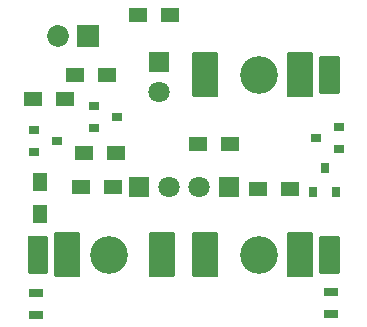
<source format=gbr>
%TF.GenerationSoftware,KiCad,Pcbnew,(5.1.9)-1*%
%TF.CreationDate,2021-03-03T01:29:12+00:00*%
%TF.ProjectId,NOR,4e4f522e-6b69-4636-9164-5f7063625858,rev?*%
%TF.SameCoordinates,Original*%
%TF.FileFunction,Soldermask,Top*%
%TF.FilePolarity,Negative*%
%FSLAX46Y46*%
G04 Gerber Fmt 4.6, Leading zero omitted, Abs format (unit mm)*
G04 Created by KiCad (PCBNEW (5.1.9)-1) date 2021-03-03 01:29:12*
%MOMM*%
%LPD*%
G01*
G04 APERTURE LIST*
%ADD10R,1.300000X0.700000*%
%ADD11R,1.500000X1.300000*%
%ADD12R,1.300000X1.500000*%
%ADD13R,1.850000X1.850000*%
%ADD14C,1.850000*%
%ADD15C,3.203200*%
%ADD16R,0.900000X0.800000*%
%ADD17R,0.800000X0.900000*%
%ADD18R,1.800000X1.800000*%
%ADD19C,1.800000*%
G04 APERTURE END LIST*
D10*
%TO.C,R2*%
X64516000Y-85664000D03*
X64516000Y-87564000D03*
%TD*%
%TO.C,R4*%
X39600000Y-85750000D03*
X39600000Y-87650000D03*
%TD*%
D11*
%TO.C,R10*%
X53260000Y-73152000D03*
X55960000Y-73152000D03*
%TD*%
%TO.C,R9*%
X50950000Y-62230000D03*
X48250000Y-62230000D03*
%TD*%
%TO.C,R8*%
X42846000Y-67310000D03*
X45546000Y-67310000D03*
%TD*%
%TO.C,R7*%
X43608000Y-73914000D03*
X46308000Y-73914000D03*
%TD*%
%TO.C,R6*%
X61040000Y-76962000D03*
X58340000Y-76962000D03*
%TD*%
%TO.C,R5*%
X43354000Y-76835000D03*
X46054000Y-76835000D03*
%TD*%
%TO.C,R3*%
X41990000Y-69342000D03*
X39290000Y-69342000D03*
%TD*%
D12*
%TO.C,R1*%
X39878000Y-76374000D03*
X39878000Y-79074000D03*
%TD*%
D13*
%TO.C,J1*%
X43942000Y-64008000D03*
D14*
X41442000Y-64008000D03*
%TD*%
D15*
%TO.C,J2*%
X45720000Y-82550000D03*
G36*
G01*
X38970000Y-80948400D02*
X40470000Y-80948400D01*
G75*
G02*
X40571600Y-81050000I0J-101600D01*
G01*
X40571600Y-84050000D01*
G75*
G02*
X40470000Y-84151600I-101600J0D01*
G01*
X38970000Y-84151600D01*
G75*
G02*
X38868400Y-84050000I0J101600D01*
G01*
X38868400Y-81050000D01*
G75*
G02*
X38970000Y-80948400I101600J0D01*
G01*
G37*
G36*
G01*
X41220000Y-80648400D02*
X43220000Y-80648400D01*
G75*
G02*
X43321600Y-80750000I0J-101600D01*
G01*
X43321600Y-84350000D01*
G75*
G02*
X43220000Y-84451600I-101600J0D01*
G01*
X41220000Y-84451600D01*
G75*
G02*
X41118400Y-84350000I0J101600D01*
G01*
X41118400Y-80750000D01*
G75*
G02*
X41220000Y-80648400I101600J0D01*
G01*
G37*
G36*
G01*
X49220000Y-80648400D02*
X51220000Y-80648400D01*
G75*
G02*
X51321600Y-80750000I0J-101600D01*
G01*
X51321600Y-84350000D01*
G75*
G02*
X51220000Y-84451600I-101600J0D01*
G01*
X49220000Y-84451600D01*
G75*
G02*
X49118400Y-84350000I0J101600D01*
G01*
X49118400Y-80750000D01*
G75*
G02*
X49220000Y-80648400I101600J0D01*
G01*
G37*
%TD*%
%TO.C,J4*%
X58420000Y-67310000D03*
G36*
G01*
X65170000Y-68911600D02*
X63670000Y-68911600D01*
G75*
G02*
X63568400Y-68810000I0J101600D01*
G01*
X63568400Y-65810000D01*
G75*
G02*
X63670000Y-65708400I101600J0D01*
G01*
X65170000Y-65708400D01*
G75*
G02*
X65271600Y-65810000I0J-101600D01*
G01*
X65271600Y-68810000D01*
G75*
G02*
X65170000Y-68911600I-101600J0D01*
G01*
G37*
G36*
G01*
X62920000Y-69211600D02*
X60920000Y-69211600D01*
G75*
G02*
X60818400Y-69110000I0J101600D01*
G01*
X60818400Y-65510000D01*
G75*
G02*
X60920000Y-65408400I101600J0D01*
G01*
X62920000Y-65408400D01*
G75*
G02*
X63021600Y-65510000I0J-101600D01*
G01*
X63021600Y-69110000D01*
G75*
G02*
X62920000Y-69211600I-101600J0D01*
G01*
G37*
G36*
G01*
X54920000Y-69211600D02*
X52920000Y-69211600D01*
G75*
G02*
X52818400Y-69110000I0J101600D01*
G01*
X52818400Y-65510000D01*
G75*
G02*
X52920000Y-65408400I101600J0D01*
G01*
X54920000Y-65408400D01*
G75*
G02*
X55021600Y-65510000I0J-101600D01*
G01*
X55021600Y-69110000D01*
G75*
G02*
X54920000Y-69211600I-101600J0D01*
G01*
G37*
%TD*%
%TO.C,J3*%
X58420000Y-82550000D03*
G36*
G01*
X65170000Y-84151600D02*
X63670000Y-84151600D01*
G75*
G02*
X63568400Y-84050000I0J101600D01*
G01*
X63568400Y-81050000D01*
G75*
G02*
X63670000Y-80948400I101600J0D01*
G01*
X65170000Y-80948400D01*
G75*
G02*
X65271600Y-81050000I0J-101600D01*
G01*
X65271600Y-84050000D01*
G75*
G02*
X65170000Y-84151600I-101600J0D01*
G01*
G37*
G36*
G01*
X62920000Y-84451600D02*
X60920000Y-84451600D01*
G75*
G02*
X60818400Y-84350000I0J101600D01*
G01*
X60818400Y-80750000D01*
G75*
G02*
X60920000Y-80648400I101600J0D01*
G01*
X62920000Y-80648400D01*
G75*
G02*
X63021600Y-80750000I0J-101600D01*
G01*
X63021600Y-84350000D01*
G75*
G02*
X62920000Y-84451600I-101600J0D01*
G01*
G37*
G36*
G01*
X54920000Y-84451600D02*
X52920000Y-84451600D01*
G75*
G02*
X52818400Y-84350000I0J101600D01*
G01*
X52818400Y-80750000D01*
G75*
G02*
X52920000Y-80648400I101600J0D01*
G01*
X54920000Y-80648400D01*
G75*
G02*
X55021600Y-80750000I0J-101600D01*
G01*
X55021600Y-84350000D01*
G75*
G02*
X54920000Y-84451600I-101600J0D01*
G01*
G37*
%TD*%
D16*
%TO.C,Q4*%
X65262000Y-73594000D03*
X65262000Y-71694000D03*
X63262000Y-72644000D03*
%TD*%
%TO.C,Q3*%
X44466000Y-69916000D03*
X44466000Y-71816000D03*
X46466000Y-70866000D03*
%TD*%
D17*
%TO.C,Q2*%
X63058000Y-77200000D03*
X64958000Y-77200000D03*
X64008000Y-75200000D03*
%TD*%
D16*
%TO.C,Q1*%
X39386000Y-71948000D03*
X39386000Y-73848000D03*
X41386000Y-72898000D03*
%TD*%
D18*
%TO.C,D3*%
X50000000Y-66195000D03*
D19*
X50000000Y-68735000D03*
%TD*%
D18*
%TO.C,D2*%
X55880000Y-76835000D03*
D19*
X53340000Y-76835000D03*
%TD*%
D18*
%TO.C,D1*%
X48260000Y-76835000D03*
D19*
X50800000Y-76835000D03*
%TD*%
M02*

</source>
